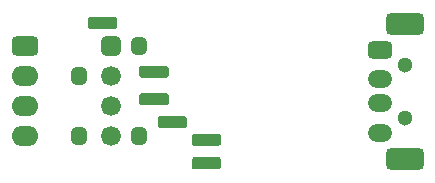
<source format=gbs>
G04*
G04 #@! TF.GenerationSoftware,Altium Limited,Altium Designer,24.1.2 (44)*
G04*
G04 Layer_Color=8150272*
%FSLAX25Y25*%
%MOIN*%
G70*
G04*
G04 #@! TF.SameCoordinates,0CAF7D85-E977-4B9D-9D86-D71ED8E1370B*
G04*
G04*
G04 #@! TF.FilePolarity,Negative*
G04*
G01*
G75*
%ADD35O,0.08976X0.06614*%
G04:AMPARAMS|DCode=36|XSize=66.14mil|YSize=89.76mil|CornerRadius=17.32mil|HoleSize=0mil|Usage=FLASHONLY|Rotation=270.000|XOffset=0mil|YOffset=0mil|HoleType=Round|Shape=RoundedRectangle|*
%AMROUNDEDRECTD36*
21,1,0.06614,0.05512,0,0,270.0*
21,1,0.03150,0.08976,0,0,270.0*
1,1,0.03465,-0.02756,-0.01575*
1,1,0.03465,-0.02756,0.01575*
1,1,0.03465,0.02756,0.01575*
1,1,0.03465,0.02756,-0.01575*
%
%ADD36ROUNDEDRECTD36*%
%ADD37C,0.06614*%
G04:AMPARAMS|DCode=38|XSize=66.14mil|YSize=66.14mil|CornerRadius=17.32mil|HoleSize=0mil|Usage=FLASHONLY|Rotation=0.000|XOffset=0mil|YOffset=0mil|HoleType=Round|Shape=RoundedRectangle|*
%AMROUNDEDRECTD38*
21,1,0.06614,0.03150,0,0,0.0*
21,1,0.03150,0.06614,0,0,0.0*
1,1,0.03465,0.01575,-0.01575*
1,1,0.03465,-0.01575,-0.01575*
1,1,0.03465,-0.01575,0.01575*
1,1,0.03465,0.01575,0.01575*
%
%ADD38ROUNDEDRECTD38*%
G04:AMPARAMS|DCode=39|XSize=50.39mil|YSize=58.27mil|CornerRadius=13.39mil|HoleSize=0mil|Usage=FLASHONLY|Rotation=0.000|XOffset=0mil|YOffset=0mil|HoleType=Round|Shape=RoundedRectangle|*
%AMROUNDEDRECTD39*
21,1,0.05039,0.03150,0,0,0.0*
21,1,0.02362,0.05827,0,0,0.0*
1,1,0.02677,0.01181,-0.01575*
1,1,0.02677,-0.01181,-0.01575*
1,1,0.02677,-0.01181,0.01575*
1,1,0.02677,0.01181,0.01575*
%
%ADD39ROUNDEDRECTD39*%
%ADD40C,0.05118*%
G04:AMPARAMS|DCode=41|XSize=74.02mil|YSize=129.13mil|CornerRadius=19.29mil|HoleSize=0mil|Usage=FLASHONLY|Rotation=270.000|XOffset=0mil|YOffset=0mil|HoleType=Round|Shape=RoundedRectangle|*
%AMROUNDEDRECTD41*
21,1,0.07402,0.09055,0,0,270.0*
21,1,0.03543,0.12913,0,0,270.0*
1,1,0.03858,-0.04528,-0.01772*
1,1,0.03858,-0.04528,0.01772*
1,1,0.03858,0.04528,0.01772*
1,1,0.03858,0.04528,-0.01772*
%
%ADD41ROUNDEDRECTD41*%
%ADD42O,0.08189X0.05827*%
G04:AMPARAMS|DCode=43|XSize=58.27mil|YSize=81.89mil|CornerRadius=15.35mil|HoleSize=0mil|Usage=FLASHONLY|Rotation=90.000|XOffset=0mil|YOffset=0mil|HoleType=Round|Shape=RoundedRectangle|*
%AMROUNDEDRECTD43*
21,1,0.05827,0.05118,0,0,90.0*
21,1,0.02756,0.08189,0,0,90.0*
1,1,0.03071,0.02559,0.01378*
1,1,0.03071,0.02559,-0.01378*
1,1,0.03071,-0.02559,-0.01378*
1,1,0.03071,-0.02559,0.01378*
%
%ADD43ROUNDEDRECTD43*%
%ADD60R,0.02402X0.03937*%
G36*
X66476Y21259D02*
X66495Y21257D01*
X66524Y21248D01*
X66532Y21246D01*
X66567Y21227D01*
X66582Y21215D01*
X66597Y21203D01*
X66597Y21203D01*
X67069Y20730D01*
X67094Y20700D01*
X67112Y20666D01*
X67115Y20658D01*
X67123Y20629D01*
X67125Y20610D01*
X67127Y20591D01*
X67127Y20590D01*
Y17992D01*
X67127Y17992D01*
X67125Y17973D01*
X67123Y17954D01*
X67115Y17925D01*
X67112Y17916D01*
X67094Y17882D01*
X67081Y17867D01*
X67069Y17852D01*
X67069Y17852D01*
X66597Y17380D01*
X66567Y17355D01*
X66532Y17337D01*
X66524Y17334D01*
X66495Y17326D01*
X66476Y17324D01*
X66457Y17322D01*
X66457Y17322D01*
X61575D01*
X61536Y17326D01*
X61499Y17337D01*
X61465Y17355D01*
X61435Y17380D01*
X61410Y17410D01*
X61392Y17444D01*
X61381Y17481D01*
X61377Y17520D01*
Y17795D01*
X61379Y17813D01*
X61380Y17831D01*
X61381Y17832D01*
X61381Y17834D01*
X61386Y17851D01*
X61391Y17868D01*
X61392Y17869D01*
X61392Y17871D01*
X61400Y17887D01*
X61409Y17902D01*
X61410Y17904D01*
X61410Y17905D01*
X61422Y17919D01*
X61433Y17933D01*
X61434Y17934D01*
X61435Y17935D01*
X61449Y17946D01*
X61462Y17958D01*
X62912Y18962D01*
Y19621D01*
X61462Y20625D01*
X61449Y20636D01*
X61435Y20648D01*
X61434Y20649D01*
X61433Y20650D01*
X61422Y20664D01*
X61410Y20677D01*
X61410Y20679D01*
X61409Y20680D01*
X61401Y20696D01*
X61392Y20712D01*
X61392Y20713D01*
X61391Y20715D01*
X61386Y20732D01*
X61381Y20749D01*
X61381Y20750D01*
X61380Y20752D01*
X61379Y20770D01*
X61377Y20787D01*
Y21063D01*
X61381Y21102D01*
X61392Y21139D01*
X61410Y21173D01*
X61435Y21203D01*
X61465Y21227D01*
X61499Y21246D01*
X61536Y21257D01*
X61575Y21261D01*
X66457D01*
X66457Y21261D01*
X66476Y21259D01*
D02*
G37*
G36*
X57992Y21261D02*
X60945D01*
X60984Y21257D01*
X61021Y21246D01*
X61055Y21227D01*
X61085Y21203D01*
X61109Y21173D01*
X61128Y21139D01*
X61139Y21102D01*
X61143Y21063D01*
Y20537D01*
X62593Y19533D01*
X62607Y19521D01*
X62620Y19510D01*
X62621Y19509D01*
X62622Y19508D01*
X62634Y19494D01*
X62645Y19480D01*
X62646Y19478D01*
X62647Y19477D01*
X62655Y19462D01*
X62663Y19446D01*
X62664Y19444D01*
X62664Y19443D01*
X62669Y19426D01*
X62674Y19409D01*
X62674Y19407D01*
X62675Y19406D01*
X62676Y19387D01*
X62678Y19370D01*
Y19213D01*
X62676Y19195D01*
X62675Y19177D01*
X62674Y19176D01*
X62674Y19174D01*
X62669Y19157D01*
X62664Y19140D01*
X62664Y19139D01*
X62663Y19137D01*
X62655Y19121D01*
X62647Y19105D01*
X62646Y19104D01*
X62645Y19103D01*
X62633Y19089D01*
X62622Y19075D01*
X62621Y19074D01*
X62620Y19073D01*
X62606Y19061D01*
X62593Y19050D01*
X61143Y18046D01*
Y17520D01*
X61139Y17481D01*
X61128Y17444D01*
X61109Y17410D01*
X61085Y17380D01*
X61055Y17355D01*
X61021Y17337D01*
X60984Y17326D01*
X60945Y17322D01*
X57992D01*
X57992Y17322D01*
X57954Y17326D01*
X57916Y17337D01*
X57882Y17355D01*
X57866Y17369D01*
X57852Y17380D01*
X57852Y17380D01*
X57340Y17892D01*
X57316Y17922D01*
X57298Y17956D01*
X57295Y17964D01*
X57286Y17993D01*
X57284Y18012D01*
X57283Y18032D01*
X57283Y18032D01*
Y20551D01*
X57286Y20590D01*
X57295Y20618D01*
X57298Y20627D01*
X57316Y20661D01*
X57340Y20691D01*
X57341Y20691D01*
X57852Y21203D01*
X57852Y21203D01*
X57866Y21214D01*
X57882Y21227D01*
X57916Y21246D01*
X57954Y21257D01*
X57957Y21257D01*
X57992Y21261D01*
X57992Y21261D01*
D02*
G37*
G36*
X77873Y15351D02*
X77910Y15340D01*
X77944Y15322D01*
X77961Y15308D01*
X77974Y15297D01*
X77975Y15297D01*
X78486Y14786D01*
X78511Y14756D01*
X78529Y14721D01*
X78532Y14713D01*
X78540Y14684D01*
X78542Y14665D01*
X78544Y14646D01*
X78544Y14646D01*
Y12126D01*
X78540Y12087D01*
X78532Y12059D01*
X78529Y12050D01*
X78511Y12016D01*
X78486Y11986D01*
X78486Y11986D01*
X77975Y11474D01*
X77974Y11474D01*
X77961Y11463D01*
X77944Y11450D01*
X77910Y11431D01*
X77873Y11420D01*
X77870Y11420D01*
X77835Y11416D01*
X77835Y11416D01*
X74882D01*
X74843Y11420D01*
X74806Y11431D01*
X74772Y11450D01*
X74742Y11474D01*
X74717Y11504D01*
X74699Y11539D01*
X74688Y11576D01*
X74684Y11614D01*
Y12140D01*
X73234Y13145D01*
X73220Y13156D01*
X73207Y13167D01*
X73206Y13169D01*
X73204Y13170D01*
X73193Y13183D01*
X73182Y13197D01*
X73181Y13199D01*
X73180Y13200D01*
X73172Y13216D01*
X73164Y13231D01*
X73163Y13233D01*
X73163Y13234D01*
X73158Y13252D01*
X73153Y13269D01*
X73152Y13270D01*
X73152Y13272D01*
X73150Y13290D01*
X73149Y13307D01*
Y13465D01*
X73150Y13482D01*
X73152Y13500D01*
X73152Y13501D01*
X73153Y13503D01*
X73158Y13520D01*
X73163Y13537D01*
X73163Y13539D01*
X73164Y13540D01*
X73172Y13556D01*
X73180Y13572D01*
X73181Y13573D01*
X73182Y13575D01*
X73193Y13588D01*
X73204Y13602D01*
X73206Y13603D01*
X73207Y13604D01*
X73220Y13616D01*
X73234Y13627D01*
X74684Y14631D01*
Y15157D01*
X74688Y15196D01*
X74699Y15233D01*
X74717Y15267D01*
X74742Y15297D01*
X74772Y15322D01*
X74806Y15340D01*
X74843Y15351D01*
X74882Y15355D01*
X77835D01*
X77835Y15355D01*
X77873Y15351D01*
D02*
G37*
G36*
X69370Y15355D02*
X74252D01*
X74291Y15351D01*
X74328Y15340D01*
X74362Y15322D01*
X74392Y15297D01*
X74416Y15267D01*
X74435Y15233D01*
X74446Y15196D01*
X74450Y15157D01*
Y14882D01*
X74448Y14864D01*
X74447Y14846D01*
X74446Y14845D01*
X74446Y14843D01*
X74441Y14826D01*
X74436Y14809D01*
X74435Y14808D01*
X74435Y14806D01*
X74426Y14791D01*
X74418Y14775D01*
X74417Y14773D01*
X74416Y14772D01*
X74405Y14758D01*
X74394Y14744D01*
X74393Y14743D01*
X74392Y14742D01*
X74378Y14731D01*
X74365Y14719D01*
X72914Y13715D01*
Y13056D01*
X74365Y12052D01*
X74378Y12041D01*
X74392Y12030D01*
X74393Y12028D01*
X74394Y12027D01*
X74405Y12013D01*
X74416Y12000D01*
X74417Y11998D01*
X74418Y11997D01*
X74426Y11981D01*
X74435Y11965D01*
X74435Y11964D01*
X74436Y11962D01*
X74441Y11945D01*
X74446Y11928D01*
X74446Y11927D01*
X74447Y11925D01*
X74448Y11907D01*
X74450Y11890D01*
Y11614D01*
X74446Y11576D01*
X74435Y11539D01*
X74416Y11504D01*
X74392Y11474D01*
X74362Y11450D01*
X74328Y11431D01*
X74291Y11420D01*
X74252Y11416D01*
X69370D01*
X69370Y11416D01*
X69351Y11418D01*
X69332Y11420D01*
X69303Y11429D01*
X69294Y11431D01*
X69260Y11450D01*
X69245Y11462D01*
X69230Y11474D01*
X69230Y11474D01*
X68758Y11947D01*
X68733Y11977D01*
X68715Y12011D01*
X68712Y12020D01*
X68704Y12048D01*
X68702Y12067D01*
X68700Y12087D01*
X68700Y12087D01*
Y14685D01*
X68700Y14685D01*
X68702Y14704D01*
X68704Y14724D01*
X68712Y14752D01*
X68715Y14761D01*
X68733Y14795D01*
X68745Y14810D01*
X68758Y14825D01*
X68758Y14825D01*
X69230Y15297D01*
X69260Y15322D01*
X69294Y15340D01*
X69303Y15343D01*
X69332Y15351D01*
X69351Y15353D01*
X69370Y15355D01*
X69370Y15355D01*
D02*
G37*
G36*
X77873Y7478D02*
X77910Y7466D01*
X77944Y7448D01*
X77961Y7434D01*
X77974Y7423D01*
X77975Y7423D01*
X78486Y6911D01*
X78511Y6882D01*
X78529Y6847D01*
X78532Y6839D01*
X78540Y6810D01*
X78542Y6791D01*
X78544Y6772D01*
X78544Y6772D01*
Y4252D01*
X78540Y4213D01*
X78532Y4185D01*
X78529Y4176D01*
X78511Y4142D01*
X78486Y4112D01*
X78486Y4112D01*
X77975Y3600D01*
X77974Y3600D01*
X77961Y3589D01*
X77944Y3576D01*
X77910Y3557D01*
X77873Y3546D01*
X77870Y3546D01*
X77835Y3542D01*
X77835Y3542D01*
X74882D01*
X74843Y3546D01*
X74806Y3557D01*
X74772Y3576D01*
X74742Y3600D01*
X74717Y3630D01*
X74699Y3664D01*
X74688Y3702D01*
X74684Y3740D01*
Y4266D01*
X73234Y5270D01*
X73220Y5282D01*
X73207Y5293D01*
X73206Y5294D01*
X73204Y5296D01*
X73193Y5309D01*
X73182Y5323D01*
X73181Y5325D01*
X73180Y5326D01*
X73172Y5342D01*
X73164Y5357D01*
X73163Y5359D01*
X73163Y5360D01*
X73158Y5378D01*
X73153Y5395D01*
X73152Y5396D01*
X73152Y5398D01*
X73150Y5416D01*
X73149Y5433D01*
Y5591D01*
X73150Y5608D01*
X73152Y5626D01*
X73152Y5627D01*
X73153Y5629D01*
X73158Y5646D01*
X73163Y5663D01*
X73163Y5665D01*
X73164Y5666D01*
X73172Y5682D01*
X73180Y5698D01*
X73181Y5699D01*
X73182Y5700D01*
X73193Y5714D01*
X73204Y5728D01*
X73206Y5729D01*
X73207Y5730D01*
X73220Y5742D01*
X73234Y5753D01*
X74684Y6757D01*
Y7283D01*
X74688Y7322D01*
X74699Y7359D01*
X74717Y7393D01*
X74742Y7423D01*
X74772Y7448D01*
X74806Y7466D01*
X74843Y7478D01*
X74882Y7481D01*
X77835D01*
X77835Y7481D01*
X77873Y7478D01*
D02*
G37*
G36*
X69370Y7481D02*
X74252D01*
X74291Y7478D01*
X74328Y7466D01*
X74362Y7448D01*
X74392Y7423D01*
X74416Y7393D01*
X74435Y7359D01*
X74446Y7322D01*
X74450Y7283D01*
Y7008D01*
X74448Y6990D01*
X74447Y6972D01*
X74446Y6971D01*
X74446Y6969D01*
X74441Y6952D01*
X74436Y6935D01*
X74435Y6934D01*
X74435Y6932D01*
X74426Y6917D01*
X74418Y6901D01*
X74417Y6899D01*
X74416Y6898D01*
X74405Y6884D01*
X74394Y6870D01*
X74393Y6869D01*
X74392Y6868D01*
X74378Y6857D01*
X74365Y6845D01*
X72914Y5841D01*
Y5182D01*
X74365Y4178D01*
X74378Y4167D01*
X74392Y4156D01*
X74393Y4154D01*
X74394Y4153D01*
X74405Y4139D01*
X74416Y4126D01*
X74417Y4124D01*
X74418Y4123D01*
X74426Y4107D01*
X74435Y4091D01*
X74435Y4090D01*
X74436Y4088D01*
X74441Y4071D01*
X74446Y4054D01*
X74446Y4053D01*
X74447Y4051D01*
X74448Y4033D01*
X74450Y4016D01*
Y3740D01*
X74446Y3702D01*
X74435Y3664D01*
X74416Y3630D01*
X74392Y3600D01*
X74362Y3576D01*
X74328Y3557D01*
X74291Y3546D01*
X74252Y3542D01*
X69370D01*
X69370Y3542D01*
X69351Y3544D01*
X69332Y3546D01*
X69303Y3555D01*
X69294Y3557D01*
X69260Y3576D01*
X69245Y3588D01*
X69230Y3600D01*
X69230Y3600D01*
X68758Y4073D01*
X68733Y4103D01*
X68715Y4137D01*
X68712Y4146D01*
X68704Y4174D01*
X68702Y4193D01*
X68700Y4213D01*
X68700Y4213D01*
Y6811D01*
X68700Y6811D01*
X68702Y6830D01*
X68704Y6850D01*
X68712Y6878D01*
X68715Y6887D01*
X68733Y6921D01*
X68745Y6936D01*
X68758Y6951D01*
X68758Y6951D01*
X69230Y7423D01*
X69260Y7448D01*
X69294Y7466D01*
X69303Y7469D01*
X69332Y7478D01*
X69351Y7479D01*
X69370Y7481D01*
X69370Y7481D01*
D02*
G37*
G36*
X43228Y54328D02*
X43265Y54317D01*
X43299Y54298D01*
X43315Y54285D01*
X43329Y54274D01*
X43329Y54274D01*
X43841Y53762D01*
X43865Y53732D01*
X43883Y53698D01*
X43886Y53689D01*
X43895Y53661D01*
X43897Y53641D01*
X43899Y53622D01*
X43899Y53622D01*
Y51102D01*
X43895Y51064D01*
X43886Y51035D01*
X43883Y51027D01*
X43865Y50993D01*
X43841Y50963D01*
X43841Y50962D01*
X43329Y50451D01*
X43329Y50451D01*
X43315Y50440D01*
X43299Y50426D01*
X43265Y50408D01*
X43228Y50397D01*
X43224Y50396D01*
X43189Y50393D01*
X43189Y50393D01*
X40236D01*
X40198Y50397D01*
X40161Y50408D01*
X40126Y50426D01*
X40096Y50451D01*
X40072Y50481D01*
X40053Y50515D01*
X40042Y50552D01*
X40038Y50591D01*
Y51117D01*
X38588Y52121D01*
X38575Y52132D01*
X38561Y52144D01*
X38560Y52145D01*
X38559Y52146D01*
X38548Y52160D01*
X38536Y52174D01*
X38536Y52175D01*
X38535Y52176D01*
X38526Y52192D01*
X38518Y52208D01*
X38518Y52209D01*
X38517Y52211D01*
X38512Y52228D01*
X38507Y52245D01*
X38507Y52246D01*
X38506Y52248D01*
X38505Y52266D01*
X38503Y52284D01*
Y52441D01*
X38505Y52459D01*
X38506Y52476D01*
X38507Y52478D01*
X38507Y52479D01*
X38512Y52497D01*
X38517Y52514D01*
X38518Y52515D01*
X38518Y52517D01*
X38526Y52532D01*
X38535Y52548D01*
X38536Y52549D01*
X38536Y52551D01*
X38548Y52565D01*
X38559Y52579D01*
X38560Y52579D01*
X38561Y52581D01*
X38575Y52592D01*
X38588Y52604D01*
X40038Y53608D01*
Y54134D01*
X40042Y54172D01*
X40053Y54210D01*
X40072Y54244D01*
X40096Y54274D01*
X40126Y54298D01*
X40161Y54317D01*
X40198Y54328D01*
X40236Y54332D01*
X43189D01*
X43189Y54332D01*
X43228Y54328D01*
D02*
G37*
G36*
X34725Y54332D02*
X39606D01*
X39645Y54328D01*
X39682Y54317D01*
X39716Y54298D01*
X39746Y54274D01*
X39771Y54244D01*
X39789Y54210D01*
X39800Y54172D01*
X39804Y54134D01*
Y53858D01*
X39802Y53841D01*
X39801Y53823D01*
X39801Y53821D01*
X39800Y53820D01*
X39795Y53803D01*
X39790Y53786D01*
X39790Y53784D01*
X39789Y53783D01*
X39781Y53767D01*
X39773Y53751D01*
X39772Y53750D01*
X39771Y53748D01*
X39759Y53735D01*
X39748Y53721D01*
X39747Y53720D01*
X39746Y53718D01*
X39732Y53707D01*
X39719Y53696D01*
X38269Y52692D01*
Y52033D01*
X39719Y51029D01*
X39733Y51017D01*
X39746Y51006D01*
X39747Y51005D01*
X39748Y51004D01*
X39759Y50990D01*
X39771Y50976D01*
X39772Y50975D01*
X39773Y50973D01*
X39781Y50958D01*
X39789Y50942D01*
X39790Y50940D01*
X39790Y50939D01*
X39795Y50922D01*
X39800Y50905D01*
X39801Y50903D01*
X39801Y50902D01*
X39802Y50884D01*
X39804Y50866D01*
Y50591D01*
X39800Y50552D01*
X39789Y50515D01*
X39771Y50481D01*
X39746Y50451D01*
X39716Y50426D01*
X39682Y50408D01*
X39645Y50397D01*
X39606Y50393D01*
X34725D01*
X34724Y50393D01*
X34705Y50395D01*
X34686Y50397D01*
X34657Y50405D01*
X34649Y50408D01*
X34615Y50426D01*
X34600Y50438D01*
X34585Y50451D01*
X34585Y50451D01*
X34112Y50923D01*
X34087Y50953D01*
X34069Y50987D01*
X34067Y50996D01*
X34058Y51024D01*
X34056Y51044D01*
X34054Y51063D01*
X34054Y51063D01*
Y53661D01*
X34054Y53661D01*
X34056Y53681D01*
X34058Y53700D01*
X34067Y53728D01*
X34069Y53737D01*
X34087Y53771D01*
X34100Y53786D01*
X34112Y53801D01*
X34112Y53801D01*
X34585Y54274D01*
X34615Y54298D01*
X34649Y54317D01*
X34657Y54319D01*
X34686Y54328D01*
X34705Y54330D01*
X34724Y54332D01*
X34725Y54332D01*
D02*
G37*
G36*
X60353Y37989D02*
X60391Y37978D01*
X60425Y37960D01*
X60441Y37946D01*
X60455Y37935D01*
X60455Y37935D01*
X60967Y37423D01*
X60991Y37393D01*
X61010Y37359D01*
X61012Y37350D01*
X61021Y37322D01*
X61023Y37303D01*
X61025Y37284D01*
X61025Y37283D01*
Y34764D01*
X61021Y34725D01*
X61012Y34697D01*
X61010Y34688D01*
X60991Y34654D01*
X60967Y34624D01*
X60967Y34624D01*
X60455Y34112D01*
X60455Y34112D01*
X60441Y34101D01*
X60425Y34087D01*
X60391Y34069D01*
X60353Y34058D01*
X60350Y34058D01*
X60315Y34054D01*
X60315Y34054D01*
X57362D01*
X57324Y34058D01*
X57287Y34069D01*
X57252Y34087D01*
X57222Y34112D01*
X57198Y34142D01*
X57179Y34176D01*
X57168Y34213D01*
X57164Y34252D01*
Y34778D01*
X55714Y35782D01*
X55701Y35794D01*
X55687Y35805D01*
X55686Y35806D01*
X55685Y35807D01*
X55674Y35821D01*
X55662Y35835D01*
X55661Y35836D01*
X55660Y35838D01*
X55652Y35853D01*
X55644Y35869D01*
X55644Y35871D01*
X55643Y35872D01*
X55638Y35889D01*
X55633Y35906D01*
X55633Y35908D01*
X55632Y35910D01*
X55631Y35927D01*
X55629Y35945D01*
Y36102D01*
X55631Y36120D01*
X55632Y36138D01*
X55633Y36139D01*
X55633Y36141D01*
X55638Y36158D01*
X55643Y36175D01*
X55644Y36176D01*
X55644Y36178D01*
X55652Y36194D01*
X55660Y36209D01*
X55661Y36211D01*
X55662Y36212D01*
X55674Y36226D01*
X55685Y36240D01*
X55686Y36241D01*
X55687Y36242D01*
X55701Y36254D01*
X55714Y36265D01*
X57164Y37269D01*
Y37795D01*
X57168Y37834D01*
X57179Y37871D01*
X57198Y37905D01*
X57222Y37935D01*
X57252Y37960D01*
X57287Y37978D01*
X57324Y37989D01*
X57362Y37993D01*
X60315D01*
X60315Y37993D01*
X60353Y37989D01*
D02*
G37*
G36*
X51850Y37993D02*
X56732D01*
X56771Y37989D01*
X56808Y37978D01*
X56842Y37960D01*
X56872Y37935D01*
X56897Y37905D01*
X56915Y37871D01*
X56926Y37834D01*
X56930Y37795D01*
Y37520D01*
X56928Y37502D01*
X56927Y37484D01*
X56926Y37483D01*
X56926Y37481D01*
X56921Y37464D01*
X56916Y37447D01*
X56915Y37446D01*
X56915Y37444D01*
X56907Y37428D01*
X56898Y37413D01*
X56897Y37411D01*
X56897Y37410D01*
X56885Y37396D01*
X56874Y37382D01*
X56873Y37381D01*
X56872Y37380D01*
X56858Y37369D01*
X56845Y37357D01*
X55395Y36353D01*
Y35694D01*
X56845Y34690D01*
X56858Y34679D01*
X56872Y34667D01*
X56873Y34666D01*
X56874Y34665D01*
X56885Y34651D01*
X56897Y34637D01*
X56897Y34636D01*
X56898Y34635D01*
X56907Y34619D01*
X56915Y34603D01*
X56915Y34602D01*
X56916Y34600D01*
X56921Y34583D01*
X56926Y34566D01*
X56926Y34565D01*
X56927Y34563D01*
X56928Y34545D01*
X56930Y34528D01*
Y34252D01*
X56926Y34213D01*
X56915Y34176D01*
X56897Y34142D01*
X56872Y34112D01*
X56842Y34087D01*
X56808Y34069D01*
X56771Y34058D01*
X56732Y34054D01*
X51850D01*
X51850Y34054D01*
X51831Y34056D01*
X51812Y34058D01*
X51783Y34067D01*
X51775Y34069D01*
X51740Y34087D01*
X51726Y34100D01*
X51710Y34112D01*
X51710Y34112D01*
X51238Y34585D01*
X51214Y34615D01*
X51195Y34649D01*
X51193Y34657D01*
X51184Y34686D01*
X51182Y34705D01*
X51180Y34724D01*
X51180Y34725D01*
Y37323D01*
X51180Y37323D01*
X51182Y37342D01*
X51184Y37361D01*
X51193Y37390D01*
X51195Y37398D01*
X51214Y37433D01*
X51226Y37448D01*
X51238Y37463D01*
X51238Y37463D01*
X51710Y37935D01*
X51740Y37960D01*
X51775Y37978D01*
X51783Y37981D01*
X51812Y37989D01*
X51831Y37991D01*
X51850Y37993D01*
X51850Y37993D01*
D02*
G37*
G36*
X60353Y28934D02*
X60391Y28923D01*
X60425Y28905D01*
X60441Y28891D01*
X60455Y28880D01*
X60455Y28880D01*
X60967Y28368D01*
X60991Y28338D01*
X61010Y28304D01*
X61012Y28295D01*
X61021Y28267D01*
X61023Y28248D01*
X61025Y28228D01*
X61025Y28228D01*
Y25709D01*
X61021Y25670D01*
X61012Y25642D01*
X61010Y25633D01*
X60991Y25599D01*
X60967Y25569D01*
X60967Y25569D01*
X60455Y25057D01*
X60455Y25057D01*
X60441Y25046D01*
X60425Y25032D01*
X60391Y25014D01*
X60353Y25003D01*
X60350Y25003D01*
X60315Y24999D01*
X60315Y24999D01*
X57362D01*
X57324Y25003D01*
X57287Y25014D01*
X57252Y25032D01*
X57222Y25057D01*
X57198Y25087D01*
X57179Y25121D01*
X57168Y25158D01*
X57164Y25197D01*
Y25723D01*
X55714Y26727D01*
X55701Y26739D01*
X55687Y26750D01*
X55686Y26751D01*
X55685Y26752D01*
X55674Y26766D01*
X55662Y26780D01*
X55661Y26781D01*
X55660Y26783D01*
X55652Y26798D01*
X55644Y26814D01*
X55644Y26816D01*
X55643Y26817D01*
X55638Y26834D01*
X55633Y26851D01*
X55633Y26853D01*
X55632Y26854D01*
X55631Y26872D01*
X55629Y26890D01*
Y27047D01*
X55631Y27065D01*
X55632Y27083D01*
X55633Y27084D01*
X55633Y27086D01*
X55638Y27103D01*
X55643Y27120D01*
X55644Y27121D01*
X55644Y27123D01*
X55652Y27139D01*
X55660Y27154D01*
X55661Y27156D01*
X55662Y27157D01*
X55674Y27171D01*
X55685Y27185D01*
X55686Y27186D01*
X55687Y27187D01*
X55701Y27198D01*
X55714Y27210D01*
X57164Y28214D01*
Y28740D01*
X57168Y28779D01*
X57179Y28816D01*
X57198Y28850D01*
X57222Y28880D01*
X57252Y28905D01*
X57287Y28923D01*
X57324Y28934D01*
X57362Y28938D01*
X60315D01*
X60315Y28938D01*
X60353Y28934D01*
D02*
G37*
G36*
X51850Y28938D02*
X56732D01*
X56771Y28934D01*
X56808Y28923D01*
X56842Y28905D01*
X56872Y28880D01*
X56897Y28850D01*
X56915Y28816D01*
X56926Y28779D01*
X56930Y28740D01*
Y28465D01*
X56928Y28447D01*
X56927Y28429D01*
X56926Y28428D01*
X56926Y28426D01*
X56921Y28409D01*
X56916Y28392D01*
X56915Y28390D01*
X56915Y28389D01*
X56907Y28373D01*
X56898Y28357D01*
X56897Y28356D01*
X56897Y28355D01*
X56885Y28341D01*
X56874Y28327D01*
X56873Y28326D01*
X56872Y28325D01*
X56858Y28313D01*
X56845Y28302D01*
X55395Y27298D01*
Y26639D01*
X56845Y25635D01*
X56858Y25624D01*
X56872Y25612D01*
X56873Y25611D01*
X56874Y25610D01*
X56885Y25596D01*
X56897Y25582D01*
X56897Y25581D01*
X56898Y25580D01*
X56907Y25564D01*
X56915Y25548D01*
X56915Y25547D01*
X56916Y25545D01*
X56921Y25528D01*
X56926Y25511D01*
X56926Y25509D01*
X56927Y25508D01*
X56928Y25490D01*
X56930Y25472D01*
Y25197D01*
X56926Y25158D01*
X56915Y25121D01*
X56897Y25087D01*
X56872Y25057D01*
X56842Y25032D01*
X56808Y25014D01*
X56771Y25003D01*
X56732Y24999D01*
X51850D01*
X51850Y24999D01*
X51831Y25001D01*
X51812Y25003D01*
X51783Y25012D01*
X51775Y25014D01*
X51740Y25032D01*
X51726Y25045D01*
X51710Y25057D01*
X51710Y25057D01*
X51238Y25529D01*
X51214Y25559D01*
X51195Y25594D01*
X51193Y25602D01*
X51184Y25631D01*
X51182Y25650D01*
X51180Y25669D01*
X51180Y25669D01*
Y28268D01*
X51180Y28268D01*
X51182Y28287D01*
X51184Y28306D01*
X51193Y28335D01*
X51195Y28343D01*
X51214Y28378D01*
X51226Y28393D01*
X51238Y28408D01*
X51238Y28408D01*
X51710Y28880D01*
X51740Y28905D01*
X51775Y28923D01*
X51783Y28925D01*
X51812Y28934D01*
X51831Y28936D01*
X51850Y28938D01*
X51850Y28938D01*
D02*
G37*
D35*
X12992Y34528D02*
D03*
Y24528D02*
D03*
Y14528D02*
D03*
D36*
Y44528D02*
D03*
D37*
X41732Y34528D02*
D03*
Y24528D02*
D03*
Y14528D02*
D03*
D38*
Y44528D02*
D03*
D39*
X50945Y44528D02*
D03*
X30945Y34528D02*
D03*
Y14528D02*
D03*
X50945D02*
D03*
Y44528D02*
D03*
Y14528D02*
D03*
D40*
X139764Y38386D02*
D03*
Y20669D02*
D03*
D41*
Y51968D02*
D03*
Y7087D02*
D03*
D42*
X131496Y25591D02*
D03*
Y33465D02*
D03*
Y15748D02*
D03*
D43*
Y43307D02*
D03*
D60*
X39154Y52362D02*
D03*
X73799Y5512D02*
D03*
Y13386D02*
D03*
X56279Y26969D02*
D03*
Y36024D02*
D03*
X62028Y19291D02*
D03*
M02*

</source>
